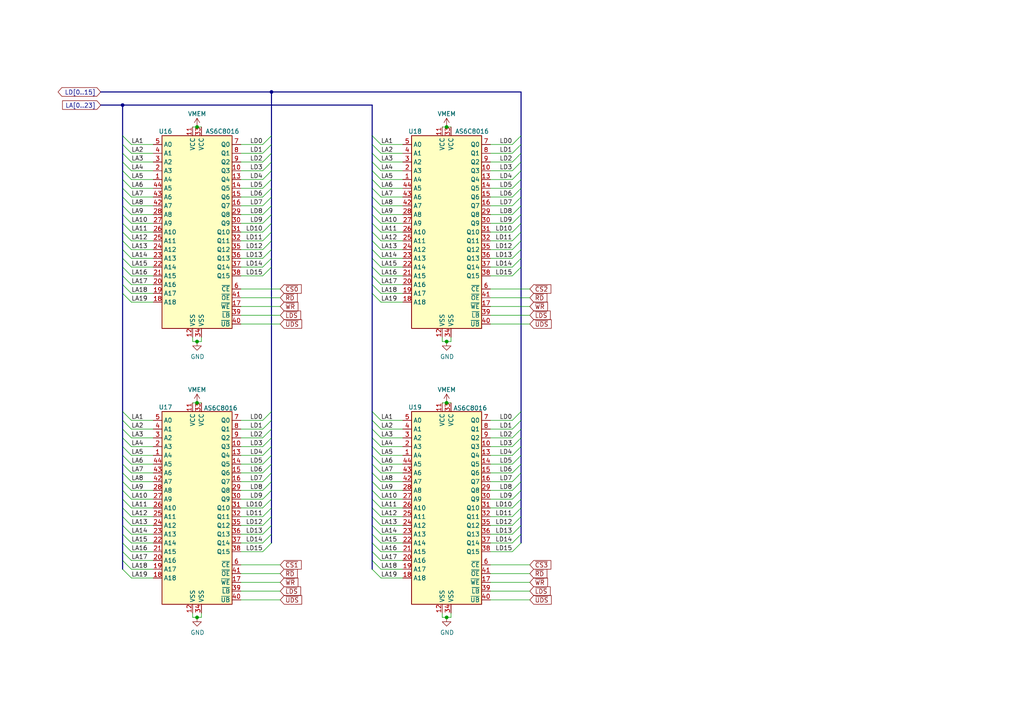
<source format=kicad_sch>
(kicad_sch (version 20231120) (generator "eeschema") (generator_version "8.0")
  (paper "A4")
  (title_block (title "MemBird - Woodcock") (rev "1"))
  (lib_symbols
    (symbol "Computie_Memory:AS6C8016-55ZIN"
      (property "Reference" "U" (at 0 -1.27 0))
      (property "Value" "AS6C8016-55ZIN" (at 0 1.27 0))
      (symbol "AS6C8016-55ZIN_0_0"
        (pin power_in line (at -1.27 27.94 270) (length 2.54) (name "VCC") (number "11"))
        (pin power_in line (at -1.27 -33.02 90) (length 2.54) (name "VSS") (number "12"))
        (pin power_in line (at 1.27 27.94 270) (length 2.54) (name "VCC") (number "33"))
        (pin power_in line (at 1.27 -33.02 90) (length 2.54) (name "VSS") (number "34"))
      )
      (symbol "AS6C8016-55ZIN_0_1"
        (rectangle (start -10.16 25.4) (end 10.16 -30.48) (stroke (width 0.254)) (fill (type background)))
      )
      (symbol "AS6C8016-55ZIN_1_1"
        (pin input line (at -12.7 12.7 0) (length 2.54) (name "A4") (number "1"))
        (pin tri_state line (at 12.7 15.24 180) (length 2.54) (name "Q3") (number "10"))
        (pin tri_state line (at 12.7 12.7 180) (length 2.54) (name "Q4") (number "13"))
        (pin tri_state line (at 12.7 10.16 180) (length 2.54) (name "Q5") (number "14"))
        (pin tri_state line (at 12.7 7.62 180) (length 2.54) (name "Q6") (number "15"))
        (pin tri_state line (at 12.7 5.08 180) (length 2.54) (name "Q7") (number "16"))
        (pin input line (at 12.7 -24.13 180) (length 2.54) (name "~{WE}") (number "17"))
        (pin input line (at -12.7 -22.86 0) (length 2.54) (name "A18") (number "18"))
        (pin input line (at -12.7 -20.32 0) (length 2.54) (name "A17") (number "19"))
        (pin input line (at -12.7 15.24 0) (length 2.54) (name "A3") (number "2"))
        (pin input line (at -12.7 -17.78 0) (length 2.54) (name "A16") (number "20"))
        (pin input line (at -12.7 -15.24 0) (length 2.54) (name "A15") (number "21"))
        (pin input line (at -12.7 -12.7 0) (length 2.54) (name "A14") (number "22"))
        (pin input line (at -12.7 -10.16 0) (length 2.54) (name "A13") (number "23"))
        (pin input line (at -12.7 -7.62 0) (length 2.54) (name "A12") (number "24"))
        (pin input line (at -12.7 -5.08 0) (length 2.54) (name "A11") (number "25"))
        (pin input line (at -12.7 -2.54 0) (length 2.54) (name "A10") (number "26"))
        (pin input line (at -12.7 0 0) (length 2.54) (name "A9") (number "27"))
        (pin input line (at -12.7 2.54 0) (length 2.54) (name "A8") (number "28"))
        (pin tri_state line (at 12.7 2.54 180) (length 2.54) (name "Q8") (number "29"))
        (pin input line (at -12.7 17.78 0) (length 2.54) (name "A2") (number "3"))
        (pin tri_state line (at 12.7 0 180) (length 2.54) (name "Q9") (number "30"))
        (pin tri_state line (at 12.7 -2.54 180) (length 2.54) (name "Q10") (number "31"))
        (pin tri_state line (at 12.7 -5.08 180) (length 2.54) (name "Q11") (number "32"))
        (pin tri_state line (at 12.7 -7.62 180) (length 2.54) (name "Q12") (number "35"))
        (pin tri_state line (at 12.7 -10.16 180) (length 2.54) (name "Q13") (number "36"))
        (pin tri_state line (at 12.7 -12.7 180) (length 2.54) (name "Q14") (number "37"))
        (pin tri_state line (at 12.7 -15.24 180) (length 2.54) (name "Q15") (number "38"))
        (pin input line (at 12.7 -26.67 180) (length 2.54) (name "~{LB}") (number "39"))
        (pin input line (at -12.7 20.32 0) (length 2.54) (name "A1") (number "4"))
        (pin input line (at 12.7 -29.21 180) (length 2.54) (name "~{UB}") (number "40"))
        (pin input line (at 12.7 -21.59 180) (length 2.54) (name "~{OE}") (number "41"))
        (pin input line (at -12.7 5.08 0) (length 2.54) (name "A7") (number "42"))
        (pin input line (at -12.7 7.62 0) (length 2.54) (name "A6") (number "43"))
        (pin input line (at -12.7 10.16 0) (length 2.54) (name "A5") (number "44"))
        (pin input line (at -12.7 22.86 0) (length 2.54) (name "A0") (number "5"))
        (pin input line (at 12.7 -19.05 180) (length 2.54) (name "~{CE}") (number "6"))
        (pin tri_state line (at 12.7 22.86 180) (length 2.54) (name "Q0") (number "7"))
        (pin tri_state line (at 12.7 20.32 180) (length 2.54) (name "Q1") (number "8"))
        (pin tri_state line (at 12.7 17.78 180) (length 2.54) (name "Q2") (number "9"))
      )
    )
    (symbol "power:GND" (power) (pin_numbers hide) (pin_names (offset 0) hide)
      (property "Value" "GND" (at 0 -3.81 0))
      (symbol "GND_0_1"
        (polyline (pts (xy 0 0) (xy 0 -1.27) (xy 1.27 -1.27) (xy 0 -2.54) (xy -1.27 -1.27) (xy 0 -1.27)))
      )
      (symbol "GND_1_1"
        (pin power_in line (at 0 0 270) (length 0) (name "~") (number "1"))
      )
    )
    (symbol "power:VMEM" (power) (pin_numbers hide) (pin_names (offset 0) hide)
      (property "Value" "VMEM" (at 0 3.556 0))
      (symbol "VMEM_0_1"
        (polyline (pts (xy -0.762 1.27) (xy 0 2.54)))
        (polyline (pts (xy 0 0) (xy 0 2.54)))
        (polyline (pts (xy 0 2.54) (xy 0.762 1.27)))
      )
      (symbol "VMEM_1_1"
        (pin power_in line (at 0 0 90) (length 0) (name "~") (number "1"))
      )
    )
  )
  (junction (at 129.54 36.83))
  (junction (at 129.54 116.84))
  (junction (at 129.54 179.07))
  (junction (at 129.54 99.06))
  (junction (at 57.15 36.83))
  (junction (at 57.15 99.06))
  (junction (at 35.56 30.48))
  (junction (at 57.15 116.84))
  (junction (at 57.15 179.07))
  (junction (at 78.74 26.67))
  (bus_entry (at 107.95 121.92) (size 2.54 2.54))
  (bus_entry (at 35.56 80.01) (size 2.54 2.54))
  (bus_entry (at 76.2 160.02) (size 2.54 -2.54))
  (bus_entry (at 76.2 77.47) (size 2.54 -2.54))
  (bus_entry (at 35.56 165.1) (size 2.54 2.54))
  (bus_entry (at 107.95 85.09) (size 2.54 2.54))
  (bus_entry (at 35.56 154.94) (size 2.54 2.54))
  (bus_entry (at 76.2 74.93) (size 2.54 -2.54))
  (bus_entry (at 76.2 129.54) (size 2.54 -2.54))
  (bus_entry (at 35.56 162.56) (size 2.54 2.54))
  (bus_entry (at 107.95 132.08) (size 2.54 2.54))
  (bus_entry (at 107.95 154.94) (size 2.54 2.54))
  (bus_entry (at 76.2 62.23) (size 2.54 -2.54))
  (bus_entry (at 148.59 134.62) (size 2.54 -2.54))
  (bus_entry (at 35.56 49.53) (size 2.54 2.54))
  (bus_entry (at 76.2 41.91) (size 2.54 -2.54))
  (bus_entry (at 76.2 137.16) (size 2.54 -2.54))
  (bus_entry (at 148.59 67.31) (size 2.54 -2.54))
  (bus_entry (at 76.2 152.4) (size 2.54 -2.54))
  (bus_entry (at 107.95 152.4) (size 2.54 2.54))
  (bus_entry (at 107.95 54.61) (size 2.54 2.54))
  (bus_entry (at 76.2 46.99) (size 2.54 -2.54))
  (bus_entry (at 35.56 134.62) (size 2.54 2.54))
  (bus_entry (at 35.56 157.48) (size 2.54 2.54))
  (bus_entry (at 148.59 57.15) (size 2.54 -2.54))
  (bus_entry (at 35.56 52.07) (size 2.54 2.54))
  (bus_entry (at 107.95 127) (size 2.54 2.54))
  (bus_entry (at 76.2 121.92) (size 2.54 -2.54))
  (bus_entry (at 107.95 142.24) (size 2.54 2.54))
  (bus_entry (at 148.59 137.16) (size 2.54 -2.54))
  (bus_entry (at 76.2 52.07) (size 2.54 -2.54))
  (bus_entry (at 107.95 41.91) (size 2.54 2.54))
  (bus_entry (at 76.2 64.77) (size 2.54 -2.54))
  (bus_entry (at 107.95 124.46) (size 2.54 2.54))
  (bus_entry (at 107.95 57.15) (size 2.54 2.54))
  (bus_entry (at 35.56 54.61) (size 2.54 2.54))
  (bus_entry (at 107.95 74.93) (size 2.54 2.54))
  (bus_entry (at 107.95 157.48) (size 2.54 2.54))
  (bus_entry (at 35.56 119.38) (size 2.54 2.54))
  (bus_entry (at 148.59 144.78) (size 2.54 -2.54))
  (bus_entry (at 35.56 149.86) (size 2.54 2.54))
  (bus_entry (at 107.95 49.53) (size 2.54 2.54))
  (bus_entry (at 35.56 124.46) (size 2.54 2.54))
  (bus_entry (at 76.2 139.7) (size 2.54 -2.54))
  (bus_entry (at 148.59 127) (size 2.54 -2.54))
  (bus_entry (at 76.2 57.15) (size 2.54 -2.54))
  (bus_entry (at 148.59 52.07) (size 2.54 -2.54))
  (bus_entry (at 148.59 147.32) (size 2.54 -2.54))
  (bus_entry (at 35.56 72.39) (size 2.54 2.54))
  (bus_entry (at 148.59 139.7) (size 2.54 -2.54))
  (bus_entry (at 35.56 57.15) (size 2.54 2.54))
  (bus_entry (at 35.56 46.99) (size 2.54 2.54))
  (bus_entry (at 76.2 67.31) (size 2.54 -2.54))
  (bus_entry (at 35.56 44.45) (size 2.54 2.54))
  (bus_entry (at 107.95 160.02) (size 2.54 2.54))
  (bus_entry (at 107.95 77.47) (size 2.54 2.54))
  (bus_entry (at 35.56 74.93) (size 2.54 2.54))
  (bus_entry (at 107.95 46.99) (size 2.54 2.54))
  (bus_entry (at 107.95 52.07) (size 2.54 2.54))
  (bus_entry (at 148.59 69.85) (size 2.54 -2.54))
  (bus_entry (at 148.59 157.48) (size 2.54 -2.54))
  (bus_entry (at 35.56 41.91) (size 2.54 2.54))
  (bus_entry (at 35.56 160.02) (size 2.54 2.54))
  (bus_entry (at 148.59 160.02) (size 2.54 -2.54))
  (bus_entry (at 107.95 39.37) (size 2.54 2.54))
  (bus_entry (at 148.59 80.01) (size 2.54 -2.54))
  (bus_entry (at 76.2 54.61) (size 2.54 -2.54))
  (bus_entry (at 35.56 39.37) (size 2.54 2.54))
  (bus_entry (at 35.56 127) (size 2.54 2.54))
  (bus_entry (at 76.2 124.46) (size 2.54 -2.54))
  (bus_entry (at 35.56 139.7) (size 2.54 2.54))
  (bus_entry (at 76.2 154.94) (size 2.54 -2.54))
  (bus_entry (at 76.2 80.01) (size 2.54 -2.54))
  (bus_entry (at 76.2 149.86) (size 2.54 -2.54))
  (bus_entry (at 107.95 67.31) (size 2.54 2.54))
  (bus_entry (at 107.95 80.01) (size 2.54 2.54))
  (bus_entry (at 107.95 44.45) (size 2.54 2.54))
  (bus_entry (at 76.2 132.08) (size 2.54 -2.54))
  (bus_entry (at 107.95 137.16) (size 2.54 2.54))
  (bus_entry (at 35.56 132.08) (size 2.54 2.54))
  (bus_entry (at 35.56 121.92) (size 2.54 2.54))
  (bus_entry (at 35.56 64.77) (size 2.54 2.54))
  (bus_entry (at 35.56 152.4) (size 2.54 2.54))
  (bus_entry (at 148.59 59.69) (size 2.54 -2.54))
  (bus_entry (at 148.59 77.47) (size 2.54 -2.54))
  (bus_entry (at 148.59 149.86) (size 2.54 -2.54))
  (bus_entry (at 107.95 144.78) (size 2.54 2.54))
  (bus_entry (at 148.59 46.99) (size 2.54 -2.54))
  (bus_entry (at 148.59 41.91) (size 2.54 -2.54))
  (bus_entry (at 148.59 72.39) (size 2.54 -2.54))
  (bus_entry (at 35.56 142.24) (size 2.54 2.54))
  (bus_entry (at 148.59 44.45) (size 2.54 -2.54))
  (bus_entry (at 107.95 129.54) (size 2.54 2.54))
  (bus_entry (at 107.95 59.69) (size 2.54 2.54))
  (bus_entry (at 148.59 152.4) (size 2.54 -2.54))
  (bus_entry (at 107.95 139.7) (size 2.54 2.54))
  (bus_entry (at 148.59 54.61) (size 2.54 -2.54))
  (bus_entry (at 107.95 69.85) (size 2.54 2.54))
  (bus_entry (at 148.59 74.93) (size 2.54 -2.54))
  (bus_entry (at 35.56 59.69) (size 2.54 2.54))
  (bus_entry (at 35.56 69.85) (size 2.54 2.54))
  (bus_entry (at 148.59 64.77) (size 2.54 -2.54))
  (bus_entry (at 76.2 59.69) (size 2.54 -2.54))
  (bus_entry (at 35.56 62.23) (size 2.54 2.54))
  (bus_entry (at 107.95 162.56) (size 2.54 2.54))
  (bus_entry (at 107.95 119.38) (size 2.54 2.54))
  (bus_entry (at 107.95 82.55) (size 2.54 2.54))
  (bus_entry (at 35.56 67.31) (size 2.54 2.54))
  (bus_entry (at 148.59 121.92) (size 2.54 -2.54))
  (bus_entry (at 35.56 85.09) (size 2.54 2.54))
  (bus_entry (at 76.2 69.85) (size 2.54 -2.54))
  (bus_entry (at 76.2 147.32) (size 2.54 -2.54))
  (bus_entry (at 148.59 49.53) (size 2.54 -2.54))
  (bus_entry (at 148.59 124.46) (size 2.54 -2.54))
  (bus_entry (at 35.56 129.54) (size 2.54 2.54))
  (bus_entry (at 107.95 64.77) (size 2.54 2.54))
  (bus_entry (at 76.2 49.53) (size 2.54 -2.54))
  (bus_entry (at 148.59 154.94) (size 2.54 -2.54))
  (bus_entry (at 148.59 129.54) (size 2.54 -2.54))
  (bus_entry (at 76.2 127) (size 2.54 -2.54))
  (bus_entry (at 148.59 142.24) (size 2.54 -2.54))
  (bus_entry (at 107.95 134.62) (size 2.54 2.54))
  (bus_entry (at 35.56 82.55) (size 2.54 2.54))
  (bus_entry (at 107.95 147.32) (size 2.54 2.54))
  (bus_entry (at 35.56 137.16) (size 2.54 2.54))
  (bus_entry (at 107.95 149.86) (size 2.54 2.54))
  (bus_entry (at 35.56 77.47) (size 2.54 2.54))
  (bus_entry (at 148.59 132.08) (size 2.54 -2.54))
  (bus_entry (at 76.2 157.48) (size 2.54 -2.54))
  (bus_entry (at 76.2 142.24) (size 2.54 -2.54))
  (bus_entry (at 76.2 144.78) (size 2.54 -2.54))
  (bus_entry (at 107.95 165.1) (size 2.54 2.54))
  (bus_entry (at 148.59 62.23) (size 2.54 -2.54))
  (bus_entry (at 76.2 72.39) (size 2.54 -2.54))
  (bus_entry (at 35.56 147.32) (size 2.54 2.54))
  (bus_entry (at 35.56 144.78) (size 2.54 2.54))
  (bus_entry (at 107.95 62.23) (size 2.54 2.54))
  (bus_entry (at 76.2 134.62) (size 2.54 -2.54))
  (bus_entry (at 76.2 44.45) (size 2.54 -2.54))
  (bus_entry (at 107.95 72.39) (size 2.54 2.54))
  (bus (pts (xy 151.13 64.77) (xy 151.13 67.31)))
  (bus (pts (xy 78.74 132.08) (xy 78.74 134.62)))
  (bus (pts (xy 78.74 69.85) (xy 78.74 72.39)))
  (wire (pts (xy 110.49 129.54) (xy 116.84 129.54)))
  (wire (pts (xy 110.49 59.69) (xy 116.84 59.69)))
  (wire (pts (xy 69.85 88.9) (xy 81.28 88.9)))
  (bus (pts (xy 151.13 26.67) (xy 151.13 39.37)))
  (wire (pts (xy 142.24 91.44) (xy 153.67 91.44)))
  (bus (pts (xy 35.56 52.07) (xy 35.56 54.61)))
  (wire (pts (xy 110.49 149.86) (xy 116.84 149.86)))
  (wire (pts (xy 38.1 57.15) (xy 44.45 57.15)))
  (wire (pts (xy 69.85 62.23) (xy 76.2 62.23)))
  (bus (pts (xy 107.95 134.62) (xy 107.95 137.16)))
  (bus (pts (xy 35.56 119.38) (xy 35.56 121.92)))
  (bus (pts (xy 35.56 82.55) (xy 35.56 85.09)))
  (wire (pts (xy 69.85 52.07) (xy 76.2 52.07)))
  (wire (pts (xy 142.24 149.86) (xy 148.59 149.86)))
  (bus (pts (xy 35.56 142.24) (xy 35.56 144.78)))
  (bus (pts (xy 35.56 30.48) (xy 29.21 30.48)))
  (bus (pts (xy 107.95 121.92) (xy 107.95 124.46)))
  (wire (pts (xy 38.1 72.39) (xy 44.45 72.39)))
  (bus (pts (xy 78.74 54.61) (xy 78.74 57.15)))
  (wire (pts (xy 57.15 36.83) (xy 58.42 36.83)))
  (bus (pts (xy 107.95 82.55) (xy 107.95 85.09)))
  (wire (pts (xy 110.49 80.01) (xy 116.84 80.01)))
  (bus (pts (xy 107.95 137.16) (xy 107.95 139.7)))
  (wire (pts (xy 130.81 179.07) (xy 130.81 177.8)))
  (bus (pts (xy 107.95 52.07) (xy 107.95 54.61)))
  (wire (pts (xy 142.24 139.7) (xy 148.59 139.7)))
  (wire (pts (xy 110.49 139.7) (xy 116.84 139.7)))
  (bus (pts (xy 35.56 134.62) (xy 35.56 137.16)))
  (wire (pts (xy 55.88 116.84) (xy 57.15 116.84)))
  (wire (pts (xy 38.1 124.46) (xy 44.45 124.46)))
  (bus (pts (xy 78.74 144.78) (xy 78.74 147.32)))
  (wire (pts (xy 110.49 46.99) (xy 116.84 46.99)))
  (bus (pts (xy 107.95 77.47) (xy 107.95 80.01)))
  (wire (pts (xy 38.1 77.47) (xy 44.45 77.47)))
  (wire (pts (xy 128.27 179.07) (xy 129.54 179.07)))
  (wire (pts (xy 142.24 41.91) (xy 148.59 41.91)))
  (bus (pts (xy 35.56 57.15) (xy 35.56 59.69)))
  (bus (pts (xy 78.74 152.4) (xy 78.74 154.94)))
  (bus (pts (xy 151.13 74.93) (xy 151.13 77.47)))
  (wire (pts (xy 69.85 147.32) (xy 76.2 147.32)))
  (wire (pts (xy 38.1 154.94) (xy 44.45 154.94)))
  (wire (pts (xy 142.24 57.15) (xy 148.59 57.15)))
  (wire (pts (xy 142.24 137.16) (xy 148.59 137.16)))
  (bus (pts (xy 107.95 160.02) (xy 107.95 162.56)))
  (bus (pts (xy 35.56 149.86) (xy 35.56 152.4)))
  (wire (pts (xy 142.24 93.98) (xy 153.67 93.98)))
  (bus (pts (xy 78.74 67.31) (xy 78.74 69.85)))
  (wire (pts (xy 38.1 144.78) (xy 44.45 144.78)))
  (wire (pts (xy 110.49 72.39) (xy 116.84 72.39)))
  (wire (pts (xy 69.85 59.69) (xy 76.2 59.69)))
  (bus (pts (xy 107.95 144.78) (xy 107.95 147.32)))
  (bus (pts (xy 107.95 41.91) (xy 107.95 44.45)))
  (wire (pts (xy 142.24 129.54) (xy 148.59 129.54)))
  (bus (pts (xy 107.95 74.93) (xy 107.95 77.47)))
  (wire (pts (xy 55.88 177.8) (xy 55.88 179.07)))
  (bus (pts (xy 78.74 26.67) (xy 78.74 39.37)))
  (bus (pts (xy 35.56 72.39) (xy 35.56 74.93)))
  (wire (pts (xy 110.49 147.32) (xy 116.84 147.32)))
  (bus (pts (xy 107.95 64.77) (xy 107.95 67.31)))
  (bus (pts (xy 78.74 49.53) (xy 78.74 52.07)))
  (wire (pts (xy 69.85 168.91) (xy 81.28 168.91)))
  (wire (pts (xy 38.1 142.24) (xy 44.45 142.24)))
  (wire (pts (xy 110.49 54.61) (xy 116.84 54.61)))
  (bus (pts (xy 35.56 39.37) (xy 35.56 41.91)))
  (bus (pts (xy 35.56 127) (xy 35.56 129.54)))
  (wire (pts (xy 38.1 127) (xy 44.45 127)))
  (wire (pts (xy 110.49 144.78) (xy 116.84 144.78)))
  (bus (pts (xy 78.74 154.94) (xy 78.74 157.48)))
  (wire (pts (xy 69.85 163.83) (xy 81.28 163.83)))
  (wire (pts (xy 142.24 77.47) (xy 148.59 77.47)))
  (bus (pts (xy 107.95 149.86) (xy 107.95 152.4)))
  (wire (pts (xy 38.1 64.77) (xy 44.45 64.77)))
  (bus (pts (xy 107.95 147.32) (xy 107.95 149.86)))
  (wire (pts (xy 110.49 134.62) (xy 116.84 134.62)))
  (wire (pts (xy 142.24 124.46) (xy 148.59 124.46)))
  (bus (pts (xy 78.74 77.47) (xy 78.74 119.38)))
  (wire (pts (xy 69.85 72.39) (xy 76.2 72.39)))
  (bus (pts (xy 35.56 144.78) (xy 35.56 147.32)))
  (wire (pts (xy 69.85 46.99) (xy 76.2 46.99)))
  (wire (pts (xy 128.27 177.8) (xy 128.27 179.07)))
  (bus (pts (xy 78.74 127) (xy 78.74 129.54)))
  (wire (pts (xy 142.24 83.82) (xy 153.67 83.82)))
  (wire (pts (xy 69.85 137.16) (xy 76.2 137.16)))
  (wire (pts (xy 55.88 97.79) (xy 55.88 99.06)))
  (wire (pts (xy 38.1 121.92) (xy 44.45 121.92)))
  (wire (pts (xy 110.49 160.02) (xy 116.84 160.02)))
  (wire (pts (xy 110.49 167.64) (xy 116.84 167.64)))
  (wire (pts (xy 69.85 77.47) (xy 76.2 77.47)))
  (wire (pts (xy 69.85 74.93) (xy 76.2 74.93)))
  (wire (pts (xy 142.24 80.01) (xy 148.59 80.01)))
  (bus (pts (xy 107.95 85.09) (xy 107.95 119.38)))
  (wire (pts (xy 38.1 129.54) (xy 44.45 129.54)))
  (wire (pts (xy 69.85 86.36) (xy 81.28 86.36)))
  (wire (pts (xy 69.85 124.46) (xy 76.2 124.46)))
  (wire (pts (xy 142.24 142.24) (xy 148.59 142.24)))
  (wire (pts (xy 38.1 134.62) (xy 44.45 134.62)))
  (bus (pts (xy 107.95 127) (xy 107.95 129.54)))
  (bus (pts (xy 151.13 152.4) (xy 151.13 154.94)))
  (bus (pts (xy 78.74 39.37) (xy 78.74 41.91)))
  (bus (pts (xy 35.56 77.47) (xy 35.56 80.01)))
  (bus (pts (xy 151.13 127) (xy 151.13 129.54)))
  (wire (pts (xy 38.1 46.99) (xy 44.45 46.99)))
  (bus (pts (xy 35.56 132.08) (xy 35.56 134.62)))
  (wire (pts (xy 69.85 160.02) (xy 76.2 160.02)))
  (wire (pts (xy 142.24 64.77) (xy 148.59 64.77)))
  (wire (pts (xy 142.24 49.53) (xy 148.59 49.53)))
  (wire (pts (xy 69.85 173.99) (xy 81.28 173.99)))
  (bus (pts (xy 35.56 85.09) (xy 35.56 119.38)))
  (wire (pts (xy 129.54 116.84) (xy 130.81 116.84)))
  (bus (pts (xy 35.56 124.46) (xy 35.56 127)))
  (wire (pts (xy 38.1 167.64) (xy 44.45 167.64)))
  (bus (pts (xy 35.56 137.16) (xy 35.56 139.7)))
  (bus (pts (xy 151.13 44.45) (xy 151.13 46.99)))
  (wire (pts (xy 69.85 93.98) (xy 81.28 93.98)))
  (bus (pts (xy 151.13 41.91) (xy 151.13 44.45)))
  (wire (pts (xy 142.24 88.9) (xy 153.67 88.9)))
  (wire (pts (xy 128.27 97.79) (xy 128.27 99.06)))
  (wire (pts (xy 110.49 162.56) (xy 116.84 162.56)))
  (wire (pts (xy 142.24 173.99) (xy 153.67 173.99)))
  (bus (pts (xy 35.56 121.92) (xy 35.56 124.46)))
  (wire (pts (xy 69.85 129.54) (xy 76.2 129.54)))
  (wire (pts (xy 110.49 64.77) (xy 116.84 64.77)))
  (wire (pts (xy 142.24 69.85) (xy 148.59 69.85)))
  (bus (pts (xy 35.56 80.01) (xy 35.56 82.55)))
  (bus (pts (xy 107.95 67.31) (xy 107.95 69.85)))
  (wire (pts (xy 142.24 52.07) (xy 148.59 52.07)))
  (wire (pts (xy 110.49 132.08) (xy 116.84 132.08)))
  (wire (pts (xy 110.49 157.48) (xy 116.84 157.48)))
  (wire (pts (xy 58.42 99.06) (xy 58.42 97.79)))
  (wire (pts (xy 69.85 149.86) (xy 76.2 149.86)))
  (wire (pts (xy 55.88 179.07) (xy 57.15 179.07)))
  (wire (pts (xy 69.85 80.01) (xy 76.2 80.01)))
  (wire (pts (xy 38.1 149.86) (xy 44.45 149.86)))
  (bus (pts (xy 78.74 137.16) (xy 78.74 139.7)))
  (wire (pts (xy 110.49 154.94) (xy 116.84 154.94)))
  (bus (pts (xy 151.13 69.85) (xy 151.13 72.39)))
  (bus (pts (xy 107.95 154.94) (xy 107.95 157.48)))
  (bus (pts (xy 151.13 77.47) (xy 151.13 119.38)))
  (bus (pts (xy 151.13 67.31) (xy 151.13 69.85)))
  (wire (pts (xy 142.24 72.39) (xy 148.59 72.39)))
  (bus (pts (xy 78.74 139.7) (xy 78.74 142.24)))
  (bus (pts (xy 107.95 80.01) (xy 107.95 82.55)))
  (wire (pts (xy 57.15 99.06) (xy 58.42 99.06)))
  (bus (pts (xy 78.74 121.92) (xy 78.74 124.46)))
  (bus (pts (xy 151.13 121.92) (xy 151.13 124.46)))
  (bus (pts (xy 35.56 54.61) (xy 35.56 57.15)))
  (bus (pts (xy 151.13 154.94) (xy 151.13 157.48)))
  (wire (pts (xy 110.49 69.85) (xy 116.84 69.85)))
  (wire (pts (xy 110.49 77.47) (xy 116.84 77.47)))
  (wire (pts (xy 110.49 52.07) (xy 116.84 52.07)))
  (wire (pts (xy 38.1 139.7) (xy 44.45 139.7)))
  (wire (pts (xy 69.85 44.45) (xy 76.2 44.45)))
  (bus (pts (xy 151.13 62.23) (xy 151.13 64.77)))
  (bus (pts (xy 78.74 119.38) (xy 78.74 121.92)))
  (wire (pts (xy 142.24 121.92) (xy 148.59 121.92)))
  (wire (pts (xy 110.49 87.63) (xy 116.84 87.63)))
  (bus (pts (xy 151.13 147.32) (xy 151.13 149.86)))
  (bus (pts (xy 35.56 160.02) (xy 35.56 162.56)))
  (wire (pts (xy 57.15 116.84) (xy 58.42 116.84)))
  (wire (pts (xy 142.24 166.37) (xy 153.67 166.37)))
  (bus (pts (xy 107.95 132.08) (xy 107.95 134.62)))
  (wire (pts (xy 129.54 179.07) (xy 130.81 179.07)))
  (wire (pts (xy 142.24 154.94) (xy 148.59 154.94)))
  (bus (pts (xy 78.74 72.39) (xy 78.74 74.93)))
  (wire (pts (xy 142.24 46.99) (xy 148.59 46.99)))
  (wire (pts (xy 38.1 52.07) (xy 44.45 52.07)))
  (wire (pts (xy 69.85 69.85) (xy 76.2 69.85)))
  (bus (pts (xy 78.74 52.07) (xy 78.74 54.61)))
  (bus (pts (xy 151.13 144.78) (xy 151.13 147.32)))
  (wire (pts (xy 142.24 134.62) (xy 148.59 134.62)))
  (bus (pts (xy 35.56 129.54) (xy 35.56 132.08)))
  (bus (pts (xy 151.13 46.99) (xy 151.13 49.53)))
  (bus (pts (xy 107.95 57.15) (xy 107.95 59.69)))
  (wire (pts (xy 69.85 91.44) (xy 81.28 91.44)))
  (bus (pts (xy 151.13 137.16) (xy 151.13 139.7)))
  (bus (pts (xy 107.95 59.69) (xy 107.95 62.23)))
  (wire (pts (xy 69.85 152.4) (xy 76.2 152.4)))
  (bus (pts (xy 107.95 139.7) (xy 107.95 142.24)))
  (wire (pts (xy 69.85 49.53) (xy 76.2 49.53)))
  (wire (pts (xy 142.24 62.23) (xy 148.59 62.23)))
  (wire (pts (xy 69.85 54.61) (xy 76.2 54.61)))
  (wire (pts (xy 142.24 132.08) (xy 148.59 132.08)))
  (bus (pts (xy 107.95 129.54) (xy 107.95 132.08)))
  (wire (pts (xy 38.1 160.02) (xy 44.45 160.02)))
  (bus (pts (xy 78.74 129.54) (xy 78.74 132.08)))
  (wire (pts (xy 38.1 67.31) (xy 44.45 67.31)))
  (bus (pts (xy 107.95 124.46) (xy 107.95 127)))
  (wire (pts (xy 128.27 36.83) (xy 129.54 36.83)))
  (bus (pts (xy 78.74 57.15) (xy 78.74 59.69)))
  (bus (pts (xy 151.13 129.54) (xy 151.13 132.08)))
  (wire (pts (xy 142.24 86.36) (xy 153.67 86.36)))
  (wire (pts (xy 58.42 179.07) (xy 58.42 177.8)))
  (wire (pts (xy 57.15 179.07) (xy 58.42 179.07)))
  (wire (pts (xy 110.49 49.53) (xy 116.84 49.53)))
  (wire (pts (xy 110.49 62.23) (xy 116.84 62.23)))
  (bus (pts (xy 151.13 52.07) (xy 151.13 54.61)))
  (bus (pts (xy 35.56 44.45) (xy 35.56 46.99)))
  (bus (pts (xy 35.56 147.32) (xy 35.56 149.86)))
  (wire (pts (xy 110.49 121.92) (xy 116.84 121.92)))
  (bus (pts (xy 35.56 30.48) (xy 35.56 39.37)))
  (bus (pts (xy 35.56 46.99) (xy 35.56 49.53)))
  (wire (pts (xy 69.85 127) (xy 76.2 127)))
  (wire (pts (xy 38.1 157.48) (xy 44.45 157.48)))
  (bus (pts (xy 107.95 49.53) (xy 107.95 52.07)))
  (bus (pts (xy 107.95 44.45) (xy 107.95 46.99)))
  (bus (pts (xy 35.56 49.53) (xy 35.56 52.07)))
  (wire (pts (xy 38.1 80.01) (xy 44.45 80.01)))
  (bus (pts (xy 151.13 134.62) (xy 151.13 137.16)))
  (bus (pts (xy 35.56 64.77) (xy 35.56 67.31)))
  (wire (pts (xy 110.49 165.1) (xy 116.84 165.1)))
  (wire (pts (xy 38.1 59.69) (xy 44.45 59.69)))
  (wire (pts (xy 129.54 99.06) (xy 130.81 99.06)))
  (wire (pts (xy 38.1 147.32) (xy 44.45 147.32)))
  (bus (pts (xy 78.74 147.32) (xy 78.74 149.86)))
  (bus (pts (xy 35.56 30.48) (xy 107.95 30.48)))
  (wire (pts (xy 69.85 142.24) (xy 76.2 142.24)))
  (bus (pts (xy 35.56 41.91) (xy 35.56 44.45)))
  (wire (pts (xy 142.24 74.93) (xy 148.59 74.93)))
  (wire (pts (xy 142.24 59.69) (xy 148.59 59.69)))
  (bus (pts (xy 107.95 69.85) (xy 107.95 72.39)))
  (bus (pts (xy 107.95 39.37) (xy 107.95 41.91)))
  (wire (pts (xy 142.24 44.45) (xy 148.59 44.45)))
  (wire (pts (xy 110.49 142.24) (xy 116.84 142.24)))
  (bus (pts (xy 35.56 154.94) (xy 35.56 157.48)))
  (wire (pts (xy 69.85 154.94) (xy 76.2 154.94)))
  (bus (pts (xy 35.56 69.85) (xy 35.56 72.39)))
  (wire (pts (xy 38.1 165.1) (xy 44.45 165.1)))
  (wire (pts (xy 142.24 168.91) (xy 153.67 168.91)))
  (wire (pts (xy 128.27 116.84) (xy 129.54 116.84)))
  (bus (pts (xy 78.74 46.99) (xy 78.74 49.53)))
  (wire (pts (xy 110.49 137.16) (xy 116.84 137.16)))
  (bus (pts (xy 78.74 26.67) (xy 29.21 26.67)))
  (wire (pts (xy 38.1 54.61) (xy 44.45 54.61)))
  (bus (pts (xy 107.95 162.56) (xy 107.95 165.1)))
  (wire (pts (xy 38.1 137.16) (xy 44.45 137.16)))
  (wire (pts (xy 69.85 134.62) (xy 76.2 134.62)))
  (wire (pts (xy 129.54 36.83) (xy 130.81 36.83)))
  (bus (pts (xy 151.13 59.69) (xy 151.13 62.23)))
  (bus (pts (xy 151.13 132.08) (xy 151.13 134.62)))
  (wire (pts (xy 110.49 152.4) (xy 116.84 152.4)))
  (wire (pts (xy 69.85 121.92) (xy 76.2 121.92)))
  (bus (pts (xy 35.56 74.93) (xy 35.56 77.47)))
  (bus (pts (xy 151.13 149.86) (xy 151.13 152.4)))
  (wire (pts (xy 69.85 171.45) (xy 81.28 171.45)))
  (wire (pts (xy 38.1 41.91) (xy 44.45 41.91)))
  (bus (pts (xy 107.95 54.61) (xy 107.95 57.15)))
  (wire (pts (xy 38.1 62.23) (xy 44.45 62.23)))
  (wire (pts (xy 69.85 166.37) (xy 81.28 166.37)))
  (wire (pts (xy 142.24 127) (xy 148.59 127)))
  (bus (pts (xy 151.13 72.39) (xy 151.13 74.93)))
  (wire (pts (xy 130.81 99.06) (xy 130.81 97.79)))
  (bus (pts (xy 107.95 152.4) (xy 107.95 154.94)))
  (wire (pts (xy 38.1 69.85) (xy 44.45 69.85)))
  (wire (pts (xy 69.85 64.77) (xy 76.2 64.77)))
  (wire (pts (xy 69.85 41.91) (xy 76.2 41.91)))
  (wire (pts (xy 110.49 127) (xy 116.84 127)))
  (wire (pts (xy 38.1 162.56) (xy 44.45 162.56)))
  (bus (pts (xy 78.74 124.46) (xy 78.74 127)))
  (bus (pts (xy 151.13 49.53) (xy 151.13 52.07)))
  (wire (pts (xy 38.1 152.4) (xy 44.45 152.4)))
  (bus (pts (xy 35.56 157.48) (xy 35.56 160.02)))
  (bus (pts (xy 35.56 152.4) (xy 35.56 154.94)))
  (wire (pts (xy 69.85 67.31) (xy 76.2 67.31)))
  (wire (pts (xy 110.49 41.91) (xy 116.84 41.91)))
  (bus (pts (xy 107.95 157.48) (xy 107.95 160.02)))
  (wire (pts (xy 55.88 99.06) (xy 57.15 99.06)))
  (wire (pts (xy 55.88 36.83) (xy 57.15 36.83)))
  (bus (pts (xy 35.56 67.31) (xy 35.56 69.85)))
  (bus (pts (xy 78.74 62.23) (xy 78.74 64.77)))
  (bus (pts (xy 151.13 142.24) (xy 151.13 144.78)))
  (bus (pts (xy 151.13 57.15) (xy 151.13 59.69)))
  (bus (pts (xy 78.74 64.77) (xy 78.74 67.31)))
  (bus (pts (xy 78.74 149.86) (xy 78.74 152.4)))
  (wire (pts (xy 38.1 44.45) (xy 44.45 44.45)))
  (bus (pts (xy 151.13 139.7) (xy 151.13 142.24)))
  (bus (pts (xy 35.56 162.56) (xy 35.56 165.1)))
  (wire (pts (xy 142.24 54.61) (xy 148.59 54.61)))
  (bus (pts (xy 151.13 39.37) (xy 151.13 41.91)))
  (wire (pts (xy 142.24 157.48) (xy 148.59 157.48)))
  (wire (pts (xy 110.49 85.09) (xy 116.84 85.09)))
  (bus (pts (xy 78.74 142.24) (xy 78.74 144.78)))
  (bus (pts (xy 78.74 44.45) (xy 78.74 46.99)))
  (wire (pts (xy 38.1 82.55) (xy 44.45 82.55)))
  (wire (pts (xy 110.49 124.46) (xy 116.84 124.46)))
  (bus (pts (xy 107.95 142.24) (xy 107.95 144.78)))
  (wire (pts (xy 142.24 67.31) (xy 148.59 67.31)))
  (bus (pts (xy 35.56 59.69) (xy 35.56 62.23)))
  (wire (pts (xy 110.49 44.45) (xy 116.84 44.45)))
  (wire (pts (xy 110.49 67.31) (xy 116.84 67.31)))
  (bus (pts (xy 107.95 62.23) (xy 107.95 64.77)))
  (wire (pts (xy 142.24 152.4) (xy 148.59 152.4)))
  (wire (pts (xy 142.24 160.02) (xy 148.59 160.02)))
  (wire (pts (xy 38.1 132.08) (xy 44.45 132.08)))
  (bus (pts (xy 78.74 41.91) (xy 78.74 44.45)))
  (wire (pts (xy 110.49 57.15) (xy 116.84 57.15)))
  (wire (pts (xy 142.24 171.45) (xy 153.67 171.45)))
  (bus (pts (xy 151.13 124.46) (xy 151.13 127)))
  (wire (pts (xy 128.27 99.06) (xy 129.54 99.06)))
  (bus (pts (xy 78.74 59.69) (xy 78.74 62.23)))
  (wire (pts (xy 38.1 49.53) (xy 44.45 49.53)))
  (bus (pts (xy 107.95 119.38) (xy 107.95 121.92)))
  (bus (pts (xy 151.13 54.61) (xy 151.13 57.15)))
  (bus (pts (xy 107.95 46.99) (xy 107.95 49.53)))
  (wire (pts (xy 69.85 157.48) (xy 76.2 157.48)))
  (bus (pts (xy 107.95 72.39) (xy 107.95 74.93)))
  (wire (pts (xy 69.85 139.7) (xy 76.2 139.7)))
  (wire (pts (xy 142.24 163.83) (xy 153.67 163.83)))
  (wire (pts (xy 110.49 82.55) (xy 116.84 82.55)))
  (wire (pts (xy 142.24 147.32) (xy 148.59 147.32)))
  (wire (pts (xy 38.1 87.63) (xy 44.45 87.63)))
  (bus (pts (xy 107.95 30.48) (xy 107.95 39.37)))
  (bus (pts (xy 35.56 62.23) (xy 35.56 64.77)))
  (bus (pts (xy 151.13 119.38) (xy 151.13 121.92)))
  (wire (pts (xy 38.1 74.93) (xy 44.45 74.93)))
  (wire (pts (xy 69.85 144.78) (xy 76.2 144.78)))
  (bus (pts (xy 78.74 134.62) (xy 78.74 137.16)))
  (bus (pts (xy 78.74 74.93) (xy 78.74 77.47)))
  (wire (pts (xy 142.24 144.78) (xy 148.59 144.78)))
  (wire (pts (xy 69.85 57.15) (xy 76.2 57.15)))
  (bus (pts (xy 35.56 139.7) (xy 35.56 142.24)))
  (wire (pts (xy 69.85 132.08) (xy 76.2 132.08)))
  (wire (pts (xy 110.49 74.93) (xy 116.84 74.93)))
  (wire (pts (xy 69.85 83.82) (xy 81.28 83.82)))
  (bus (pts (xy 78.74 26.67) (xy 151.13 26.67)))
  (wire (pts (xy 38.1 85.09) (xy 44.45 85.09)))
  (label "LD15" (at 76.2 160.02 180))
  (label "LA3" (at 38.1 46.99 0))
  (label "LA4" (at 110.49 49.53 0))
  (label "LD3" (at 148.59 129.54 180))
  (label "LD7" (at 76.2 139.7 180))
  (label "LA1" (at 110.49 121.92 0))
  (label "LD5" (at 148.59 134.62 180))
  (label "LA10" (at 110.49 144.78 0))
  (label "LA15" (at 38.1 157.48 0))
  (label "LA14" (at 38.1 74.93 0))
  (label "LA18" (at 38.1 85.09 0))
  (label "LD15" (at 76.2 80.01 180))
  (label "LA5" (at 110.49 52.07 0))
  (label "LD5" (at 148.59 54.61 180))
  (label "LD12" (at 76.2 72.39 180))
  (label "LA12" (at 38.1 69.85 0))
  (label "LA15" (at 38.1 77.47 0))
  (label "LD14" (at 76.2 77.47 180))
  (label "LA2" (at 110.49 124.46 0))
  (label "LD6" (at 148.59 137.16 180))
  (label "LD3" (at 148.59 49.53 180))
  (label "LD11" (at 148.59 149.86 180))
  (label "LD0" (at 148.59 121.92 180))
  (label "LD4" (at 76.2 132.08 180))
  (label "LA12" (at 38.1 149.86 0))
  (label "LA5" (at 110.49 132.08 0))
  (label "LD3" (at 76.2 49.53 180))
  (label "LD8" (at 148.59 142.24 180))
  (label "LD0" (at 148.59 41.91 180))
  (label "LA11" (at 38.1 67.31 0))
  (label "LA4" (at 110.49 129.54 0))
  (label "LA7" (at 110.49 57.15 0))
  (label "LD5" (at 76.2 54.61 180))
  (label "LD7" (at 148.59 59.69 180))
  (label "LD15" (at 148.59 160.02 180))
  (label "LD0" (at 76.2 121.92 180))
  (label "LA10" (at 38.1 144.78 0))
  (label "LA5" (at 38.1 52.07 0))
  (label "LD13" (at 148.59 154.94 180))
  (label "LA14" (at 110.49 74.93 0))
  (label "LA17" (at 38.1 82.55 0))
  (label "LD9" (at 76.2 64.77 180))
  (label "LD4" (at 148.59 52.07 180))
  (label "LA3" (at 110.49 46.99 0))
  (label "LA19" (at 38.1 167.64 0))
  (label "LA7" (at 110.49 137.16 0))
  (label "LD12" (at 148.59 72.39 180))
  (label "LA4" (at 38.1 49.53 0))
  (label "LA4" (at 38.1 129.54 0))
  (label "LA1" (at 110.49 41.91 0))
  (label "LA8" (at 38.1 59.69 0))
  (label "LA18" (at 38.1 165.1 0))
  (label "LA16" (at 110.49 160.02 0))
  (label "LD8" (at 76.2 62.23 180))
  (label "LA13" (at 38.1 72.39 0))
  (label "LD1" (at 148.59 44.45 180))
  (label "LA6" (at 38.1 54.61 0))
  (label "LD1" (at 76.2 44.45 180))
  (label "LA16" (at 110.49 80.01 0))
  (label "LA2" (at 110.49 44.45 0))
  (label "LA1" (at 38.1 121.92 0))
  (label "LD4" (at 76.2 52.07 180))
  (label "LD13" (at 148.59 74.93 180))
  (label "LA9" (at 110.49 142.24 0))
  (label "LD6" (at 148.59 57.15 180))
  (label "LD8" (at 148.59 62.23 180))
  (label "LA2" (at 38.1 44.45 0))
  (label "LD13" (at 76.2 154.94 180))
  (label "LA7" (at 38.1 137.16 0))
  (label "LA11" (at 38.1 147.32 0))
  (label "LA11" (at 110.49 147.32 0))
  (label "LA13" (at 38.1 152.4 0))
  (label "LA3" (at 110.49 127 0))
  (label "LD6" (at 76.2 137.16 180))
  (label "LD9" (at 148.59 144.78 180))
  (label "LD15" (at 148.59 80.01 180))
  (label "LA7" (at 38.1 57.15 0))
  (label "LD12" (at 148.59 152.4 180))
  (label "LA17" (at 38.1 162.56 0))
  (label "LA9" (at 38.1 62.23 0))
  (label "LA16" (at 38.1 80.01 0))
  (label "LD9" (at 148.59 64.77 180))
  (label "LA17" (at 110.49 82.55 0))
  (label "LD2" (at 148.59 127 180))
  (label "LD2" (at 76.2 127 180))
  (label "LD13" (at 76.2 74.93 180))
  (label "LA9" (at 38.1 142.24 0))
  (label "LD11" (at 76.2 69.85 180))
  (label "LA18" (at 110.49 165.1 0))
  (label "LA10" (at 110.49 64.77 0))
  (label "LD9" (at 76.2 144.78 180))
  (label "LD2" (at 76.2 46.99 180))
  (label "LD5" (at 76.2 134.62 180))
  (label "LA1" (at 38.1 41.91 0))
  (label "LD1" (at 148.59 124.46 180))
  (label "LA16" (at 38.1 160.02 0))
  (label "LA8" (at 110.49 59.69 0))
  (label "LA3" (at 38.1 127 0))
  (label "LD10" (at 148.59 67.31 180))
  (label "LD11" (at 148.59 69.85 180))
  (label "LA19" (at 110.49 87.63 0))
  (label "LA18" (at 110.49 85.09 0))
  (label "LA8" (at 110.49 139.7 0))
  (label "LA12" (at 110.49 149.86 0))
  (label "LA10" (at 38.1 64.77 0))
  (label "LD6" (at 76.2 57.15 180))
  (label "LA6" (at 110.49 134.62 0))
  (label "LA19" (at 110.49 167.64 0))
  (label "LD7" (at 148.59 139.7 180))
  (label "LA14" (at 38.1 154.94 0))
  (label "LD4" (at 148.59 132.08 180))
  (label "LA6" (at 38.1 134.62 0))
  (label "LD0" (at 76.2 41.91 180))
  (label "LA14" (at 110.49 154.94 0))
  (label "LA11" (at 110.49 67.31 0))
  (label "LD11" (at 76.2 149.86 180))
  (label "LD1" (at 76.2 124.46 180))
  (label "LD8" (at 76.2 142.24 180))
  (label "LA5" (at 38.1 132.08 0))
  (label "LA6" (at 110.49 54.61 0))
  (label "LA19" (at 38.1 87.63 0))
  (label "LD7" (at 76.2 59.69 180))
  (label "LD3" (at 76.2 129.54 180))
  (label "LD2" (at 148.59 46.99 180))
  (label "LA15" (at 110.49 77.47 0))
  (label "LD14" (at 76.2 157.48 180))
  (label "LA17" (at 110.49 162.56 0))
  (label "LD14" (at 148.59 157.48 180))
  (label "LA2" (at 38.1 124.46 0))
  (label "LD10" (at 148.59 147.32 180))
  (label "LA8" (at 38.1 139.7 0))
  (label "LD12" (at 76.2 152.4 180))
  (label "LA13" (at 110.49 72.39 0))
  (label "LA9" (at 110.49 62.23 0))
  (label "LA15" (at 110.49 157.48 0))
  (label "LD10" (at 76.2 67.31 180))
  (label "LD10" (at 76.2 147.32 180))
  (label "LA13" (at 110.49 152.4 0))
  (label "LA12" (at 110.49 69.85 0))
  (label "LD14" (at 148.59 77.47 180))
  (global_label "~{WR}" (shape input) (at 81.28 168.91 0) (property "Intersheetrefs" "${INTERSHEET_REFS}" (effects (hide yes))))
  (global_label "~{RD}" (shape input) (at 81.28 86.36 0) (property "Intersheetrefs" "${INTERSHEET_REFS}" (effects (hide yes))))
  (global_label "~{LDS}" (shape input) (at 81.28 91.44 0) (property "Intersheetrefs" "${INTERSHEET_REFS}" (effects (hide yes))))
  (global_label "~{RD}" (shape input) (at 81.28 166.37 0) (property "Intersheetrefs" "${INTERSHEET_REFS}" (effects (hide yes))))
  (global_label "LA[0..23]" (shape input) (at 29.21 30.48 180) (property "Intersheetrefs" "${INTERSHEET_REFS}" (effects (hide yes))))
  (global_label "~{WR}" (shape input) (at 81.28 88.9 0) (property "Intersheetrefs" "${INTERSHEET_REFS}" (effects (hide yes))))
  (global_label "~{RD}" (shape input) (at 153.67 86.36 0) (property "Intersheetrefs" "${INTERSHEET_REFS}" (effects (hide yes))))
  (global_label "~{CS3}" (shape input) (at 153.67 163.83 0) (property "Intersheetrefs" "${INTERSHEET_REFS}" (effects (hide yes))))
  (global_label "~{WR}" (shape input) (at 153.67 168.91 0) (property "Intersheetrefs" "${INTERSHEET_REFS}" (effects (hide yes))))
  (global_label "~{UDS}" (shape input) (at 153.67 173.99 0) (property "Intersheetrefs" "${INTERSHEET_REFS}" (effects (hide yes))))
  (global_label "~{LDS}" (shape input) (at 81.28 171.45 0) (property "Intersheetrefs" "${INTERSHEET_REFS}" (effects (hide yes))))
  (global_label "~{CS2}" (shape input) (at 153.67 83.82 0) (property "Intersheetrefs" "${INTERSHEET_REFS}" (effects (hide yes))))
  (global_label "~{UDS}" (shape input) (at 153.67 93.98 0) (property "Intersheetrefs" "${INTERSHEET_REFS}" (effects (hide yes))))
  (global_label "~{WR}" (shape input) (at 153.67 88.9 0) (property "Intersheetrefs" "${INTERSHEET_REFS}" (effects (hide yes))))
  (global_label "~{LDS}" (shape input) (at 153.67 91.44 0) (property "Intersheetrefs" "${INTERSHEET_REFS}" (effects (hide yes))))
  (global_label "~{UDS}" (shape input) (at 81.28 173.99 0) (property "Intersheetrefs" "${INTERSHEET_REFS}" (effects (hide yes))))
  (global_label "~{RD}" (shape input) (at 153.67 166.37 0) (property "Intersheetrefs" "${INTERSHEET_REFS}" (effects (hide yes))))
  (global_label "~{CS1}" (shape input) (at 81.28 163.83 0) (property "Intersheetrefs" "${INTERSHEET_REFS}" (effects (hide yes))))
  (global_label "~{UDS}" (shape input) (at 81.28 93.98 0) (property "Intersheetrefs" "${INTERSHEET_REFS}" (effects (hide yes))))
  (global_label "~{CS0}" (shape input) (at 81.28 83.82 0) (property "Intersheetrefs" "${INTERSHEET_REFS}" (effects (hide yes))))
  (global_label "LD[0..15]" (shape bidirectional) (at 29.21 26.67 180) (property "Intersheetrefs" "${INTERSHEET_REFS}" (effects (hide yes))))
  (global_label "~{LDS}" (shape input) (at 153.67 171.45 0) (property "Intersheetrefs" "${INTERSHEET_REFS}" (effects (hide yes))))
  (symbol (lib_id "power:GND") (at 57.15 99.06 0) (unit 1)
    (property "Reference" "#PWR072" (effects (hide yes)))
    (property "Value" "GND" (at 57.277 103.4542 0))
    (property "Description" "Power symbol creates a global label with name \"GND\" , ground" (effects (hide yes)))
  )
  (symbol (lib_id "power:GND") (at 129.54 99.06 0) (unit 1)
    (property "Reference" "#PWR076" (effects (hide yes)))
    (property "Value" "GND" (at 129.667 103.4542 0))
    (property "Description" "Power symbol creates a global label with name \"GND\" , ground" (effects (hide yes)))
  )
  (symbol (lib_id "Computie_Memory:AS6C8016-55ZIN") (at 129.54 144.78 0) (unit 1)
    (property "Reference" "U19" (at 120.396 118.11 0))
    (property "Value" "AS6C8016" (at 136.398 118.364 0))
    (property "Footprint" "Package_SO:TSOP-II-44_10.16x18.41mm_P0.8mm" (effects (hide yes)))
    (property "Datasheet" "https://www.alliancememory.com/wp-content/uploads/pdf/lp_sram/AS6C8016.pdf" (effects (hide yes)))
    (property "Description" "512K x 8 High-Speed CMOS Static RAM, 55/70ns, TSSOP-II 44" (effects (hide yes)))
  )
  (symbol (lib_id "Computie_Memory:AS6C8016-55ZIN") (at 57.15 64.77 0) (unit 1)
    (property "Reference" "U16" (at 48.006 38.1 0))
    (property "Value" "AS6C8016" (at 64.516 38.1 0))
    (property "Footprint" "Package_SO:TSOP-II-44_10.16x18.41mm_P0.8mm" (effects (hide yes)))
    (property "Datasheet" "https://www.alliancememory.com/wp-content/uploads/pdf/lp_sram/AS6C8016.pdf" (effects (hide yes)))
    (property "Description" "512K x 8 High-Speed CMOS Static RAM, 55/70ns, TSSOP-II 44" (effects (hide yes)))
  )
  (symbol (lib_id "Computie_Memory:AS6C8016-55ZIN") (at 129.54 64.77 0) (unit 1)
    (property "Reference" "U18" (at 120.396 38.1 0))
    (property "Value" "AS6C8016" (at 136.906 38.1 0))
    (property "Footprint" "Package_SO:TSOP-II-44_10.16x18.41mm_P0.8mm" (effects (hide yes)))
    (property "Datasheet" "https://www.alliancememory.com/wp-content/uploads/pdf/lp_sram/AS6C8016.pdf" (effects (hide yes)))
    (property "Description" "512K x 8 High-Speed CMOS Static RAM, 55/70ns, TSSOP-II 44" (effects (hide yes)))
  )
  (symbol (lib_id "power:VMEM") (at 129.54 36.83 0) (unit 1)
    (property "Reference" "#PWR075" (effects (hide yes)))
    (property "Value" "VMEM" (at 129.54 33.02 0))
    (property "Description" "Power symbol creates a global label with name \"VMEM\"" (effects (hide yes)))
  )
  (symbol (lib_id "power:VMEM") (at 57.15 116.84 0) (unit 1)
    (property "Reference" "#PWR073" (effects (hide yes)))
    (property "Value" "VMEM" (at 57.15 113.03 0))
    (property "Description" "Power symbol creates a global label with name \"VMEM\"" (effects (hide yes)))
  )
  (symbol (lib_id "power:GND") (at 57.15 179.07 0) (unit 1)
    (property "Reference" "#PWR074" (effects (hide yes)))
    (property "Value" "GND" (at 57.277 183.4642 0))
    (property "Description" "Power symbol creates a global label with name \"GND\" , ground" (effects (hide yes)))
  )
  (symbol (lib_id "power:VMEM") (at 129.54 116.84 0) (unit 1)
    (property "Reference" "#PWR077" (effects (hide yes)))
    (property "Value" "VMEM" (at 129.54 113.03 0))
    (property "Description" "Power symbol creates a global label with name \"VMEM\"" (effects (hide yes)))
  )
  (symbol (lib_id "Computie_Memory:AS6C8016-55ZIN") (at 57.15 144.78 0) (unit 1)
    (property "Reference" "U17" (at 48.006 118.11 0))
    (property "Value" "AS6C8016" (at 64.008 118.364 0))
    (property "Footprint" "Package_SO:TSOP-II-44_10.16x18.41mm_P0.8mm" (effects (hide yes)))
    (property "Datasheet" "https://www.alliancememory.com/wp-content/uploads/pdf/lp_sram/AS6C8016.pdf" (effects (hide yes)))
    (property "Description" "512K x 8 High-Speed CMOS Static RAM, 55/70ns, TSSOP-II 44" (effects (hide yes)))
  )
  (symbol (lib_id "power:GND") (at 129.54 179.07 0) (unit 1)
    (property "Reference" "#PWR078" (effects (hide yes)))
    (property "Value" "GND" (at 129.667 183.4642 0))
    (property "Description" "Power symbol creates a global label with name \"GND\" , ground" (effects (hide yes)))
  )
  (symbol (lib_id "power:VMEM") (at 57.15 36.83 0) (unit 1)
    (property "Reference" "#PWR071" (effects (hide yes)))
    (property "Value" "VMEM" (at 57.15 33.02 0))
    (property "Description" "Power symbol creates a global label with name \"VMEM\"" (effects (hide yes)))
  )
)
</source>
